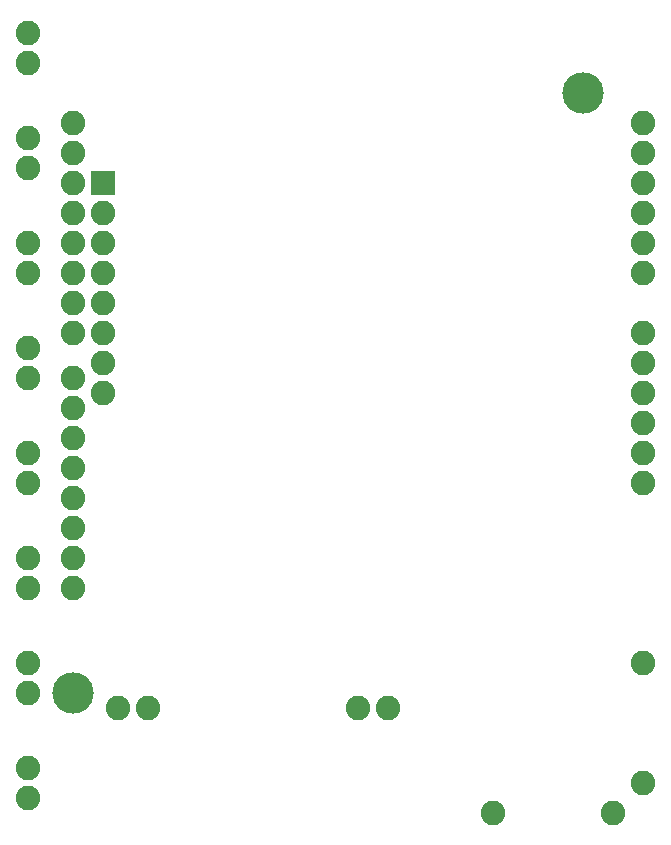
<source format=gbr>
G04 EAGLE Gerber RS-274X export*
G75*
%MOMM*%
%FSLAX34Y34*%
%LPD*%
%INSoldermask Bottom*%
%IPPOS*%
%AMOC8*
5,1,8,0,0,1.08239X$1,22.5*%
G01*
%ADD10C,2.082800*%
%ADD11C,3.505200*%
%ADD12R,2.082800X2.082800*%


D10*
X114300Y660400D03*
X114300Y685800D03*
X190500Y114300D03*
X215900Y114300D03*
X393700Y114300D03*
X419100Y114300D03*
X114300Y571500D03*
X114300Y596900D03*
X114300Y482600D03*
X114300Y508000D03*
X114300Y393700D03*
X114300Y419100D03*
X114300Y304800D03*
X114300Y330200D03*
X114300Y215900D03*
X114300Y241300D03*
X114300Y127000D03*
X114300Y152400D03*
X114300Y38100D03*
X114300Y63500D03*
X635000Y304800D03*
X635000Y330200D03*
X635000Y355600D03*
X635000Y381000D03*
X635000Y406400D03*
X635000Y431800D03*
X635000Y482600D03*
X635000Y508000D03*
X635000Y533400D03*
X635000Y558800D03*
X635000Y584200D03*
X635000Y609600D03*
X152400Y609600D03*
X152400Y584200D03*
X152400Y558800D03*
X152400Y533400D03*
X152400Y508000D03*
X152400Y482600D03*
X152400Y457200D03*
X152400Y431800D03*
X152400Y393700D03*
X152400Y368300D03*
X152400Y342900D03*
X152400Y317500D03*
X152400Y292100D03*
X152400Y266700D03*
X152400Y241300D03*
X152400Y215900D03*
D11*
X584200Y635000D03*
X152400Y127000D03*
D10*
X635000Y152400D03*
X635000Y50800D03*
X609600Y25400D03*
X508000Y25400D03*
D12*
X177800Y558800D03*
D10*
X177800Y533400D03*
X177800Y508000D03*
X177800Y482600D03*
X177800Y457200D03*
X177800Y431800D03*
X177800Y406400D03*
X177800Y381000D03*
M02*

</source>
